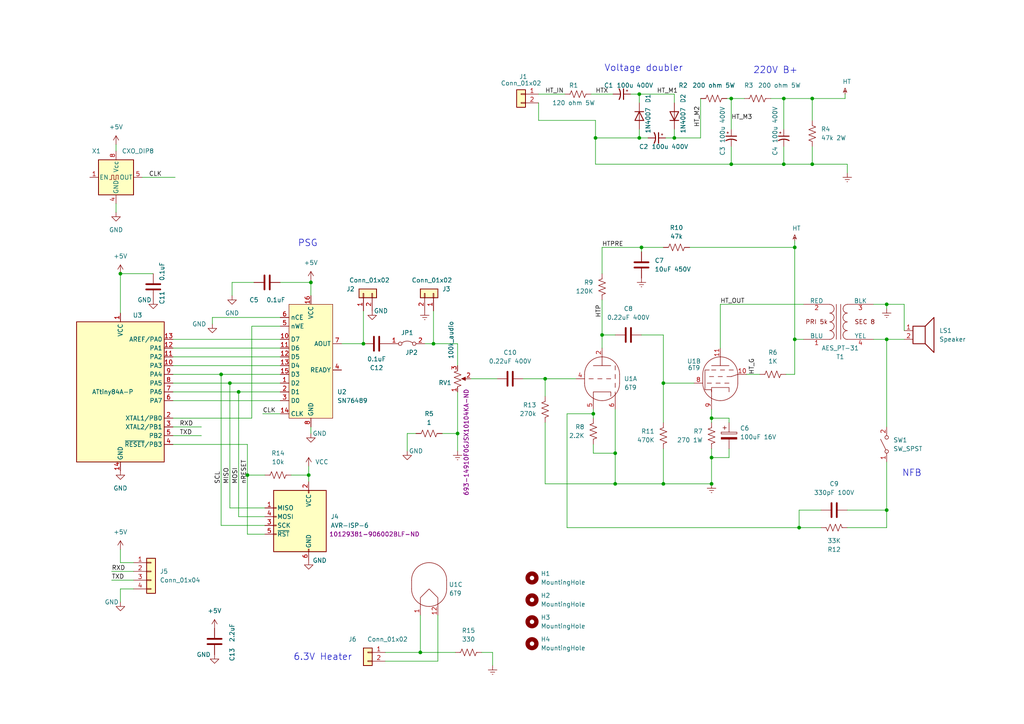
<source format=kicad_sch>
(kicad_sch (version 20230121) (generator eeschema)
  (paper "A4")
  (lib_symbols
    (symbol "Connector:AVR-ISP-6" (pin_names (offset 1.016))
      (property "Reference" "J" (at -6.35 11.43 0))
      (property "Value" "AVR-ISP-6" (at 0 11.43 0))
      (symbol "AVR-ISP-6_0_1"
        (rectangle (start -2.667 -6.858) (end -2.413 -7.62))
        (rectangle (start -2.667 10.16) (end -2.413 9.398))
        (rectangle (start 7.62 -2.413) (end 6.858 -2.667))
        (rectangle (start 7.62 0.127) (end 6.858 -0.127))
        (rectangle (start 7.62 2.667) (end 6.858 2.413))
        (rectangle (start 7.62 5.207) (end 6.858 4.953))
        (rectangle (start 7.62 10.16) (end -7.62 -7.62) (stroke (width 0.254)) (fill (type background)))
      )
      (symbol "AVR-ISP-6_1_1"
        (pin passive line (at 10.16 5.08 180) (length 2.54) (name "MISO") (number "1"))
        (pin passive line (at -2.54 12.7 270) (length 2.54) (name "VCC") (number "2"))
        (pin passive line (at 10.16 0 180) (length 2.54) (name "SCK") (number "3"))
        (pin passive line (at 10.16 2.54 180) (length 2.54) (name "MOSI") (number "4"))
        (pin passive line (at 10.16 -2.54 180) (length 2.54) (name "~{RST}") (number "5"))
        (pin passive line (at -2.54 -10.16 90) (length 2.54) (name "GND") (number "6"))
      )
    )
    (symbol "Connector_Generic:Conn_01x02" (pin_names (offset 1.016) hide)
      (property "Reference" "J" (at 0 2.54 0))
      (property "Value" "Conn_01x02" (at 0 -5.08 0))
      (symbol "Conn_01x02_1_1"
        (rectangle (start -1.27 -2.413) (end 0 -2.667) (stroke (width 0.1524)))
        (rectangle (start -1.27 0.127) (end 0 -0.127) (stroke (width 0.1524)))
        (rectangle (start -1.27 1.27) (end 1.27 -3.81) (stroke (width 0.254)) (fill (type background)))
        (pin passive line (at -5.08 0 0) (length 3.81) (name "Pin_1") (number "1"))
        (pin passive line (at -5.08 -2.54 0) (length 3.81) (name "Pin_2") (number "2"))
      )
    )
    (symbol "Connector_Generic:Conn_01x04" (pin_names (offset 1.016) hide)
      (property "Reference" "J" (at 0 5.08 0))
      (property "Value" "Conn_01x04" (at 0 -7.62 0))
      (symbol "Conn_01x04_1_1"
        (rectangle (start -1.27 -4.953) (end 0 -5.207) (stroke (width 0.1524)))
        (rectangle (start -1.27 -2.413) (end 0 -2.667) (stroke (width 0.1524)))
        (rectangle (start -1.27 0.127) (end 0 -0.127) (stroke (width 0.1524)))
        (rectangle (start -1.27 2.667) (end 0 2.413) (stroke (width 0.1524)))
        (rectangle (start -1.27 3.81) (end 1.27 -6.35) (stroke (width 0.254)) (fill (type background)))
        (pin passive line (at -5.08 2.54 0) (length 3.81) (name "Pin_1") (number "1"))
        (pin passive line (at -5.08 0 0) (length 3.81) (name "Pin_2") (number "2"))
        (pin passive line (at -5.08 -2.54 0) (length 3.81) (name "Pin_3") (number "3"))
        (pin passive line (at -5.08 -5.08 0) (length 3.81) (name "Pin_4") (number "4"))
      )
    )
    (symbol "Device:C" (pin_numbers hide) (pin_names (offset 0.254))
      (property "Reference" "C" (at 0.635 2.54 0))
      (property "Value" "C" (at 0.635 -2.54 0))
      (symbol "C_0_1"
        (polyline (pts (xy -2.032 -0.762) (xy 2.032 -0.762)) (stroke (width 0.508)))
        (polyline (pts (xy -2.032 0.762) (xy 2.032 0.762)) (stroke (width 0.508)))
      )
      (symbol "C_1_1"
        (pin passive line (at 0 3.81 270) (length 2.794) (name "~") (number "1"))
        (pin passive line (at 0 -3.81 90) (length 2.794) (name "~") (number "2"))
      )
    )
    (symbol "Device:C_Polarized" (pin_numbers hide) (pin_names (offset 0.254))
      (property "Reference" "C" (at 0.635 2.54 0))
      (property "Value" "C_Polarized" (at 0.635 -2.54 0))
      (symbol "C_Polarized_0_1"
        (rectangle (start -2.286 0.508) (end 2.286 1.016))
        (polyline (pts (xy -1.778 2.286) (xy -0.762 2.286)))
        (polyline (pts (xy -1.27 2.794) (xy -1.27 1.778)))
        (rectangle (start 2.286 -0.508) (end -2.286 -1.016) (fill (type outline)))
      )
      (symbol "C_Polarized_1_1"
        (pin passive line (at 0 3.81 270) (length 2.794) (name "~") (number "1"))
        (pin passive line (at 0 -3.81 90) (length 2.794) (name "~") (number "2"))
      )
    )
    (symbol "Device:C_Polarized_Small_US" (pin_numbers hide) (pin_names (offset 0.254) hide)
      (property "Reference" "C" (at 0.254 1.778 0))
      (property "Value" "C_Polarized_Small_US" (at 0.254 -2.032 0))
      (symbol "C_Polarized_Small_US_0_1"
        (polyline (pts (xy -1.524 0.508) (xy 1.524 0.508)) (stroke (width 0.3048)))
        (polyline (pts (xy -1.27 1.524) (xy -0.762 1.524)))
        (polyline (pts (xy -1.016 1.27) (xy -1.016 1.778)))
        (arc (start 1.524 -0.762) (mid 0 -0.3734) (end -1.524 -0.762) (stroke (width 0.3048)))
      )
      (symbol "C_Polarized_Small_US_1_1"
        (pin passive line (at 0 2.54 270) (length 2.032) (name "~") (number "1"))
        (pin passive line (at 0 -2.54 90) (length 2.032) (name "~") (number "2"))
      )
    )
    (symbol "Device:R_US" (pin_numbers hide) (pin_names (offset 0))
      (property "Reference" "R" (at 2.54 0 90))
      (property "Value" "R_US" (at -2.54 0 90))
      (symbol "R_US_0_1"
        (polyline (pts (xy 0 -2.286) (xy 0 -2.54)))
        (polyline (pts (xy 0 2.286) (xy 0 2.54)))
        (polyline (pts (xy 0 -0.762) (xy 1.016 -1.143) (xy 0 -1.524) (xy -1.016 -1.905) (xy 0 -2.286)))
        (polyline (pts (xy 0 0.762) (xy 1.016 0.381) (xy 0 0) (xy -1.016 -0.381) (xy 0 -0.762)))
        (polyline (pts (xy 0 2.286) (xy 1.016 1.905) (xy 0 1.524) (xy -1.016 1.143) (xy 0 0.762)))
      )
      (symbol "R_US_1_1"
        (pin passive line (at 0 3.81 270) (length 1.27) (name "~") (number "1"))
        (pin passive line (at 0 -3.81 90) (length 1.27) (name "~") (number "2"))
      )
    )
    (symbol "Device:Speaker" (pin_names (offset 0) hide)
      (property "Reference" "LS" (at 1.27 5.715 0))
      (property "Value" "Speaker" (at 1.27 3.81 0))
      (symbol "Speaker_0_0"
        (rectangle (start -2.54 1.27) (end 1.016 -3.81) (stroke (width 0.254)))
        (polyline (pts (xy 1.016 1.27) (xy 3.556 3.81) (xy 3.556 -6.35) (xy 1.016 -3.81)) (stroke (width 0.254)))
      )
      (symbol "Speaker_1_1"
        (pin input line (at -5.08 0 0) (length 2.54) (name "1") (number "1"))
        (pin input line (at -5.08 -2.54 0) (length 2.54) (name "2") (number "2"))
      )
    )
    (symbol "Diode:1N4007" (pin_numbers hide) (pin_names hide)
      (property "Reference" "D" (at 0 2.54 0))
      (property "Value" "1N4007" (at 0 -2.54 0))
      (symbol "1N4007_0_1"
        (polyline (pts (xy -1.27 1.27) (xy -1.27 -1.27)) (stroke (width 0.254)))
        (polyline (pts (xy 1.27 0) (xy -1.27 0)))
        (polyline (pts (xy 1.27 1.27) (xy 1.27 -1.27) (xy -1.27 0) (xy 1.27 1.27)) (stroke (width 0.254)))
      )
      (symbol "1N4007_1_1"
        (pin passive line (at -3.81 0 0) (length 2.54) (name "K") (number "1"))
        (pin passive line (at 3.81 0 180) (length 2.54) (name "A") (number "2"))
      )
    )
    (symbol "Jumper:Jumper_2_Bridged" (pin_names (offset 0) hide)
      (property "Reference" "JP" (at 0 1.905 0))
      (property "Value" "Jumper_2_Bridged" (at 0 -2.54 0))
      (symbol "Jumper_2_Bridged_0_0"
        (circle (center -2.032 0) (radius 0.508))
        (circle (center 2.032 0) (radius 0.508))
      )
      (symbol "Jumper_2_Bridged_0_1"
        (arc (start 1.524 0.254) (mid 0 0.762) (end -1.524 0.254))
      )
      (symbol "Jumper_2_Bridged_1_1"
        (pin passive line (at -5.08 0 0) (length 2.54) (name "A") (number "1"))
        (pin passive line (at 5.08 0 180) (length 2.54) (name "B") (number "2"))
      )
    )
    (symbol "MCU_Microchip_ATtiny:ATtiny84A-P"
      (property "Reference" "U" (at -12.7 21.59 0))
      (property "Value" "ATtiny84A-P" (at 2.54 -21.59 0))
      (symbol "ATtiny84A-P_0_1"
        (rectangle (start -12.7 -20.32) (end 12.7 20.32) (stroke (width 0.254)) (fill (type background)))
      )
      (symbol "ATtiny84A-P_1_1"
        (pin power_in line (at 0 22.86 270) (length 2.54) (name "VCC") (number "1"))
        (pin bidirectional line (at 15.24 7.62 180) (length 2.54) (name "PA3") (number "10"))
        (pin bidirectional line (at 15.24 10.16 180) (length 2.54) (name "PA2") (number "11"))
        (pin bidirectional line (at 15.24 12.7 180) (length 2.54) (name "PA1") (number "12"))
        (pin bidirectional line (at 15.24 15.24 180) (length 2.54) (name "AREF/PA0") (number "13"))
        (pin power_in line (at 0 -22.86 90) (length 2.54) (name "GND") (number "14"))
        (pin bidirectional line (at 15.24 -7.62 180) (length 2.54) (name "XTAL1/PB0") (number "2"))
        (pin bidirectional line (at 15.24 -10.16 180) (length 2.54) (name "XTAL2/PB1") (number "3"))
        (pin bidirectional line (at 15.24 -15.24 180) (length 2.54) (name "~{RESET}/PB3") (number "4"))
        (pin bidirectional line (at 15.24 -12.7 180) (length 2.54) (name "PB2") (number "5"))
        (pin bidirectional line (at 15.24 -2.54 180) (length 2.54) (name "PA7") (number "6"))
        (pin bidirectional line (at 15.24 0 180) (length 2.54) (name "PA6") (number "7"))
        (pin bidirectional line (at 15.24 2.54 180) (length 2.54) (name "PA5") (number "8"))
        (pin bidirectional line (at 15.24 5.08 180) (length 2.54) (name "PA4") (number "9"))
      )
    )
    (symbol "Mechanical:MountingHole" (pin_names (offset 1.016))
      (property "Reference" "H" (at 0 5.08 0))
      (property "Value" "MountingHole" (at 0 3.175 0))
      (symbol "MountingHole_0_1"
        (circle (center 0 0) (radius 1.27) (stroke (width 1.27)))
      )
    )
    (symbol "Oscillator:CXO_DIP8" (pin_names (offset 0.254))
      (property "Reference" "X" (at -5.08 6.35 0))
      (property "Value" "CXO_DIP8" (at 1.27 -6.35 0))
      (symbol "CXO_DIP8_0_1"
        (rectangle (start -5.08 5.08) (end 5.08 -5.08) (stroke (width 0.254)) (fill (type background)))
        (polyline (pts (xy -1.905 -0.635) (xy -1.27 -0.635) (xy -1.27 0.635) (xy -0.635 0.635) (xy -0.635 -0.635) (xy 0 -0.635) (xy 0 0.635) (xy 0.635 0.635) (xy 0.635 -0.635)))
      )
      (symbol "CXO_DIP8_1_1"
        (pin input line (at -7.62 0 0) (length 2.54) (name "EN") (number "1"))
        (pin power_in line (at 0 -7.62 90) (length 2.54) (name "GND") (number "4"))
        (pin output line (at 7.62 0 180) (length 2.54) (name "OUT") (number "5"))
        (pin power_in line (at 0 7.62 270) (length 2.54) (name "Vcc") (number "8"))
      )
    )
    (symbol "Switch:SW_SPST" (pin_names (offset 0) hide)
      (property "Reference" "SW" (at 0 3.175 0))
      (property "Value" "SW_SPST" (at 0 -2.54 0))
      (symbol "SW_SPST_0_0"
        (circle (center -2.032 0) (radius 0.508))
        (polyline (pts (xy -1.524 0.254) (xy 1.524 1.778)))
        (circle (center 2.032 0) (radius 0.508))
      )
      (symbol "SW_SPST_1_1"
        (pin passive line (at -5.08 0 0) (length 2.54) (name "A") (number "1"))
        (pin passive line (at 5.08 0 180) (length 2.54) (name "B") (number "2"))
      )
    )
    (symbol "amp-rescue:R_POT_US-Device" (pin_names (offset 1.016) hide)
      (property "Reference" "RV" (at -4.445 0 90))
      (property "Value" "Device_R_POT_US" (at -2.54 0 90))
      (symbol "R_POT_US-Device_0_1"
        (polyline (pts (xy 0 -2.286) (xy 0 -2.54)))
        (polyline (pts (xy 0 2.54) (xy 0 2.286)))
        (polyline (pts (xy 2.54 0) (xy 1.524 0)))
        (polyline (pts (xy 1.143 0) (xy 2.286 0.508) (xy 2.286 -0.508) (xy 1.143 0)) (fill (type outline)))
        (polyline (pts (xy 0 -0.762) (xy 1.016 -1.143) (xy 0 -1.524) (xy -1.016 -1.905) (xy 0 -2.286)))
        (polyline (pts (xy 0 0.762) (xy 1.016 0.381) (xy 0 0) (xy -1.016 -0.381) (xy 0 -0.762)))
        (polyline (pts (xy 0 2.286) (xy 1.016 1.905) (xy 0 1.524) (xy -1.016 1.143) (xy 0 0.762)))
      )
      (symbol "R_POT_US-Device_1_1"
        (pin passive line (at 0 3.81 270) (length 1.27) (name "1") (number "1"))
        (pin passive line (at 3.81 0 180) (length 1.27) (name "2") (number "2"))
        (pin passive line (at 0 -3.81 90) (length 1.27) (name "3") (number "3"))
      )
    )
    (symbol "my_psg:SN76489"
      (property "Reference" "U" (at -3.81 5.08 0))
      (symbol "SN76489_1_1"
        (rectangle (start 2.54 3.81) (end 15.24 -29.21) (fill (type background)))
        (pin input line (at 0 -19.05 0) (length 2.54) (name "D2") (number "1"))
        (pin input line (at 0 -6.35 0) (length 2.54) (name "D7") (number "10"))
        (pin input line (at 0 -8.89 0) (length 2.54) (name "D6") (number "11"))
        (pin input line (at 0 -11.43 0) (length 2.54) (name "D5") (number "12"))
        (pin input line (at 0 -13.97 0) (length 2.54) (name "D4") (number "13"))
        (pin input line (at 0 -27.94 0) (length 2.54) (name "CLK") (number "14"))
        (pin input line (at 0 -16.51 0) (length 2.54) (name "D3") (number "15"))
        (pin power_in line (at 8.89 6.35 270) (length 2.54) (name "VCC") (number "16"))
        (pin input line (at 0 -21.59 0) (length 2.54) (name "D1") (number "2"))
        (pin input line (at 0 -24.13 0) (length 2.54) (name "D0") (number "3"))
        (pin output line (at 17.78 -15.24 180) (length 2.54) (name "READY") (number "4"))
        (pin input line (at 0 -2.54 0) (length 2.54) (name "nWE") (number "5"))
        (pin input line (at 0 0 0) (length 2.54) (name "nCE") (number "6"))
        (pin output line (at 17.78 -7.62 180) (length 2.54) (name "AOUT") (number "7"))
        (pin unspecified line (at 8.89 -31.75 90) (length 2.54) (name "GND") (number "8"))
      )
    )
    (symbol "my_tubes:6T9" (pin_names (offset 0) hide)
      (property "Reference" "U" (at 8.89 6.35 0))
      (symbol "6T9_1_1"
        (arc (start -5.08 0) (mid -3.5921 -3.5921) (end 0 -5.08))
        (arc (start 0 -5.08) (mid 3.5921 -3.5921) (end 5.08 0))
        (polyline (pts (xy -5.08 2.54) (xy -5.08 0)))
        (polyline (pts (xy -3.81 1.27) (xy -2.54 1.27)))
        (polyline (pts (xy -1.27 1.27) (xy 0 1.27)))
        (polyline (pts (xy 0 7.62) (xy 0 5.08)))
        (polyline (pts (xy 1.27 1.27) (xy 2.54 1.27)))
        (polyline (pts (xy 2.54 5.08) (xy -2.54 5.08)))
        (polyline (pts (xy 3.81 -2.54) (xy 3.81 -5.08)))
        (polyline (pts (xy 3.81 0) (xy 3.81 -1.27)))
        (polyline (pts (xy 3.81 2.54) (xy 3.81 1.27)))
        (polyline (pts (xy 3.81 5.08) (xy 3.81 3.81)))
        (polyline (pts (xy 5.08 2.54) (xy 5.08 0)))
        (polyline (pts (xy -2.54 -5.08) (xy -2.54 -2.54) (xy 2.54 -2.54) (xy 2.54 -3.81)))
        (arc (start 0 7.62) (mid -3.5921 6.1321) (end -5.08 2.54))
        (arc (start 5.08 2.54) (mid 3.5921 6.1321) (end 0 7.62))
        (pin output line (at 0 10.16 270) (length 2.54) (name "P2") (number "2"))
        (pin input line (at -7.62 1.27 0) (length 2.54) (name "G1") (number "4"))
        (pin power_in line (at -2.54 -7.62 90) (length 2.54) (name "K1") (number "5"))
        (pin passive line (at 3.81 -7.62 90) (length 2.54) (name "IS") (number "6"))
      )
      (symbol "6T9_2_1"
        (arc (start -5.08 -1.27) (mid -3.5921 -4.8621) (end 0 -6.35))
        (arc (start 0 -6.35) (mid 3.5921 -4.8621) (end 5.08 -1.27))
        (polyline (pts (xy -5.08 1.27) (xy -5.08 -1.27)))
        (polyline (pts (xy -3.81 -1.27) (xy -2.54 -1.27)))
        (polyline (pts (xy -2.54 -6.35) (xy -2.54 -5.08)))
        (polyline (pts (xy -1.905 0.635) (xy -3.175 0.635)))
        (polyline (pts (xy -1.27 -1.27) (xy 0 -1.27)))
        (polyline (pts (xy -1.27 2.54) (xy -2.54 2.54)))
        (polyline (pts (xy 0 6.35) (xy 0 3.81)))
        (polyline (pts (xy 0.635 0.635) (xy -0.635 0.635)))
        (polyline (pts (xy 1.27 -1.27) (xy 2.54 -1.27)))
        (polyline (pts (xy 1.27 2.54) (xy 0 2.54)))
        (polyline (pts (xy 2.54 3.81) (xy -2.54 3.81)))
        (polyline (pts (xy 3.175 0.635) (xy 1.905 0.635)))
        (polyline (pts (xy 3.175 0.635) (xy 5.08 1.27)))
        (polyline (pts (xy 3.81 2.54) (xy 2.54 2.54)))
        (polyline (pts (xy 5.08 1.27) (xy 5.08 -1.27)))
        (polyline (pts (xy -2.54 -5.08) (xy -2.54 -2.54) (xy 2.54 -2.54) (xy 2.54 -3.81)))
        (polyline (pts (xy -3.175 2.54) (xy -4.445 2.54) (xy -4.445 -3.175) (xy -2.54 -3.175) (xy -2.54 -3.81)))
        (arc (start 0 6.35) (mid -3.5921 4.8621) (end -5.08 1.27))
        (arc (start 5.08 1.27) (mid 3.5921 4.8621) (end 0 6.35))
        (pin input line (at 7.62 1.27 180) (length 2.54) (name "S") (number "10"))
        (pin output line (at 0 8.89 270) (length 2.54) (name "P2") (number "11"))
        (pin input line (at -7.62 -1.27 0) (length 2.54) (name "G2") (number "8"))
        (pin power_in line (at -2.54 -8.89 90) (length 2.54) (name "K2") (number "9"))
      )
      (symbol "6T9_3_1"
        (arc (start -5.08 -1.27) (mid -3.5921 -4.8621) (end 0 -6.35))
        (arc (start 0 -6.35) (mid 3.5921 -4.8621) (end 5.08 -1.27))
        (polyline (pts (xy -5.08 1.27) (xy -5.08 -1.27)))
        (polyline (pts (xy 5.08 1.27) (xy 5.08 -1.27)))
        (polyline (pts (xy -2.54 -6.35) (xy -2.54 -3.81) (xy 0 -1.27) (xy 2.54 -3.81) (xy 2.54 -6.35)))
        (arc (start 0 6.35) (mid -3.5921 4.8621) (end -5.08 1.27))
        (arc (start 5.08 1.27) (mid 3.5921 4.8621) (end 0 6.35))
        (pin power_in line (at -2.54 -8.89 90) (length 2.54) (name "H1") (number "1"))
        (pin power_in line (at 2.54 -8.89 90) (length 2.54) (name "H2") (number "12"))
      )
    )
    (symbol "my_tubes:MPS-OT8SE" (pin_names (offset 0))
      (property "Reference" "T1" (at 0.4989 10.16 0))
      (property "Value" "MPS-OT8SE" (at 0.4989 7.62 0))
      (symbol "MPS-OT8SE_0_1"
        (arc (start -2.54 -5.0546) (mid -1.6599 -4.6901) (end -1.27 -3.81))
        (arc (start -2.54 -2.5146) (mid -1.6599 -2.1501) (end -1.27 -1.27))
        (arc (start -2.54 0.0254) (mid -1.6599 0.3899) (end -1.27 1.27))
        (arc (start -2.54 2.5654) (mid -1.6599 2.9299) (end -1.27 3.81))
        (arc (start -1.27 -3.81) (mid -1.642 -2.912) (end -2.54 -2.54))
        (arc (start -1.27 -1.27) (mid -1.642 -0.372) (end -2.54 0))
        (arc (start -1.27 1.27) (mid -1.642 2.168) (end -2.54 2.54))
        (arc (start -1.27 3.81) (mid -1.642 4.708) (end -2.54 5.08))
        (polyline (pts (xy -0.635 5.08) (xy -0.635 -5.08)))
        (polyline (pts (xy 0.635 -5.08) (xy 0.635 5.08)))
        (arc (start 1.2954 -1.27) (mid 1.6599 -2.1501) (end 2.54 -2.5146))
        (arc (start 1.2954 1.27) (mid 1.6599 0.3899) (end 2.54 0.0254))
        (arc (start 1.2954 3.81) (mid 1.6599 2.9299) (end 2.54 2.5654))
        (arc (start 1.3208 -3.81) (mid 1.6853 -4.6901) (end 2.5654 -5.0546))
        (arc (start 2.54 0) (mid 1.642 -0.372) (end 1.2954 -1.27))
        (arc (start 2.54 2.54) (mid 1.642 2.168) (end 1.2954 1.27))
        (arc (start 2.54 5.08) (mid 1.642 4.708) (end 1.2954 3.81))
        (arc (start 2.5654 -2.54) (mid 1.6674 -2.912) (end 1.3208 -3.81))
      )
      (symbol "MPS-OT8SE_1_1"
        (text "PRI 5k" (at -6.35 0 0) (effects (font (size 1.27 1.27))))
        (text "SEC 8" (at 7.62 0 0) (effects (font (size 1.27 1.27))))
        (pin passive line (at -10.16 5.08 0) (length 7.62) (name "BLU") (number "1"))
        (pin passive line (at -10.16 -5.08 0) (length 7.62) (name "RED") (number "2"))
        (pin passive line (at 10.16 -5.08 180) (length 7.62) (name "BLK") (number "3"))
        (pin passive line (at 10.16 5.08 180) (length 7.62) (name "YEL") (number "4"))
      )
    )
    (symbol "power:+5V" (power) (pin_names (offset 0))
      (property "Value" "+5V" (at 0 3.556 0))
      (symbol "+5V_0_1"
        (polyline (pts (xy -0.762 1.27) (xy 0 2.54)))
        (polyline (pts (xy 0 0) (xy 0 2.54)))
        (polyline (pts (xy 0 2.54) (xy 0.762 1.27)))
      )
      (symbol "+5V_1_1"
        (pin power_in line (at 0 0 90) (length 0) hide (name "+5V") (number "1"))
      )
    )
    (symbol "power:Earth" (power) (pin_names (offset 0))
      (symbol "Earth_0_1"
        (polyline (pts (xy -0.635 -1.905) (xy 0.635 -1.905)))
        (polyline (pts (xy -0.127 -2.54) (xy 0.127 -2.54)))
        (polyline (pts (xy 0 -1.27) (xy 0 0)))
        (polyline (pts (xy 1.27 -1.27) (xy -1.27 -1.27)))
      )
      (symbol "Earth_1_1"
        (pin power_in line (at 0 0 270) (length 0) hide (name "Earth") (number "1"))
      )
    )
    (symbol "power:GND" (power) (pin_names (offset 0))
      (property "Value" "GND" (at 0 -3.81 0))
      (symbol "GND_0_1"
        (polyline (pts (xy 0 0) (xy 0 -1.27) (xy 1.27 -1.27) (xy 0 -2.54) (xy -1.27 -1.27) (xy 0 -1.27)))
      )
      (symbol "GND_1_1"
        (pin power_in line (at 0 0 270) (length 0) hide (name "GND") (number "1"))
      )
    )
    (symbol "power:HT" (power) (pin_names (offset 0))
      (property "Value" "HT" (at 0 2.286 0))
      (symbol "HT_0_0"
        (pin power_in line (at 0 0 90) (length 0) hide (name "HT") (number "1"))
      )
      (symbol "HT_0_1"
        (polyline (pts (xy 0 0) (xy 0 1.016) (xy 0 1.016)))
        (polyline (pts (xy 0 1.016) (xy 0.508 0.508) (xy 0 1.778) (xy -0.508 0.508) (xy 0 1.016) (xy 0 1.016)))
      )
    )
    (symbol "power:VCC" (power) (pin_names (offset 0))
      (property "Value" "VCC" (at 0 3.81 0))
      (symbol "VCC_0_1"
        (polyline (pts (xy -0.762 1.27) (xy 0 2.54)))
        (polyline (pts (xy 0 0) (xy 0 2.54)))
        (polyline (pts (xy 0 2.54) (xy 0.762 1.27)))
      )
      (symbol "VCC_1_1"
        (pin power_in line (at 0 0 90) (length 0) hide (name "VCC") (number "1"))
      )
    )
  )
  (junction (at 178.435 131.445))
  (junction (at 66.675 111.125))
  (junction (at 257.175 88.265))
  (junction (at 257.175 147.955))
  (junction (at 212.09 47.625))
  (junction (at 105.41 99.695))
  (junction (at 212.09 28.575))
  (junction (at 172.72 40.005))
  (junction (at 185.42 27.305))
  (junction (at 227.33 47.625))
  (junction (at 158.115 109.855))
  (junction (at 230.505 71.755))
  (junction (at 231.775 153.035))
  (junction (at 195.58 40.005))
  (junction (at 132.715 125.73))
  (junction (at 89.535 137.795))
  (junction (at 69.215 113.665))
  (junction (at 206.375 132.715))
  (junction (at 192.405 111.125))
  (junction (at 64.135 108.585))
  (junction (at 174.625 97.155))
  (junction (at 235.585 47.625))
  (junction (at 185.42 40.005))
  (junction (at 178.435 140.335))
  (junction (at 121.92 189.23))
  (junction (at 257.175 98.425))
  (junction (at 230.505 98.425))
  (junction (at 90.17 81.915))
  (junction (at 192.405 140.335))
  (junction (at 206.375 140.335))
  (junction (at 235.585 28.575))
  (junction (at 172.085 120.015))
  (junction (at 186.055 71.755))
  (junction (at 206.375 121.285))
  (junction (at 125.73 99.695))
  (junction (at 34.925 79.375))
  (junction (at 227.33 28.575))
  (junction (at 71.755 137.795))
  (wire (pts (xy 64.135 108.585) (xy 50.165 108.585)))
  (wire (pts (xy 118.11 130.81) (xy 118.11 125.73)))
  (wire (pts (xy 118.11 125.73) (xy 120.65 125.73)))
  (wire (pts (xy 172.085 120.015) (xy 164.465 120.015)))
  (wire (pts (xy 257.175 89.535) (xy 257.175 88.265)))
  (wire (pts (xy 136.525 109.855) (xy 144.145 109.855)))
  (wire (pts (xy 33.655 41.91) (xy 33.655 43.815)))
  (wire (pts (xy 262.255 88.265) (xy 257.175 88.265)))
  (wire (pts (xy 230.505 71.755) (xy 230.505 98.425)))
  (wire (pts (xy 81.28 111.125) (xy 66.675 111.125)))
  (wire (pts (xy 227.33 28.575) (xy 227.33 37.465)))
  (wire (pts (xy 245.11 27.305) (xy 245.11 28.575)))
  (wire (pts (xy 208.915 88.265) (xy 208.915 100.965)))
  (wire (pts (xy 81.28 103.505) (xy 50.165 103.505)))
  (wire (pts (xy 245.745 147.955) (xy 257.175 147.955)))
  (wire (pts (xy 84.455 137.795) (xy 89.535 137.795)))
  (wire (pts (xy 73.025 121.285) (xy 73.025 94.615)))
  (wire (pts (xy 127 178.435) (xy 127 191.77)))
  (wire (pts (xy 164.465 120.015) (xy 164.465 153.035)))
  (wire (pts (xy 50.165 123.825) (xy 58.42 123.825)))
  (wire (pts (xy 235.585 28.575) (xy 245.11 28.575)))
  (wire (pts (xy 257.175 88.265) (xy 253.365 88.265)))
  (wire (pts (xy 211.455 122.555) (xy 211.455 121.285)))
  (wire (pts (xy 211.455 121.285) (xy 206.375 121.285)))
  (wire (pts (xy 132.715 99.695) (xy 132.715 106.045)))
  (wire (pts (xy 227.965 108.585) (xy 230.505 108.585)))
  (wire (pts (xy 105.41 99.695) (xy 99.06 99.695)))
  (wire (pts (xy 195.58 40.005) (xy 203.2 40.005)))
  (wire (pts (xy 206.375 132.715) (xy 206.375 140.335)))
  (wire (pts (xy 174.625 97.155) (xy 174.625 100.965)))
  (wire (pts (xy 212.09 28.575) (xy 212.09 37.465)))
  (wire (pts (xy 121.92 178.435) (xy 121.92 189.23)))
  (wire (pts (xy 195.58 29.845) (xy 195.58 27.305)))
  (wire (pts (xy 32.385 168.275) (xy 38.735 168.275)))
  (wire (pts (xy 227.33 28.575) (xy 235.585 28.575)))
  (wire (pts (xy 227.33 47.625) (xy 235.585 47.625)))
  (wire (pts (xy 192.405 97.155) (xy 192.405 111.125)))
  (wire (pts (xy 156.21 34.925) (xy 172.72 34.925)))
  (wire (pts (xy 230.505 98.425) (xy 230.505 108.585)))
  (wire (pts (xy 186.055 71.755) (xy 192.405 71.755)))
  (wire (pts (xy 69.215 113.665) (xy 50.165 113.665)))
  (wire (pts (xy 127 191.77) (xy 111.76 191.77)))
  (wire (pts (xy 208.915 88.265) (xy 233.045 88.265)))
  (wire (pts (xy 167.005 109.855) (xy 158.115 109.855)))
  (wire (pts (xy 223.52 28.575) (xy 227.33 28.575)))
  (wire (pts (xy 192.405 111.125) (xy 192.405 122.555)))
  (wire (pts (xy 212.09 47.625) (xy 227.33 47.625)))
  (wire (pts (xy 38.735 163.195) (xy 34.925 163.195)))
  (wire (pts (xy 142.875 189.23) (xy 139.7 189.23)))
  (wire (pts (xy 178.435 118.745) (xy 178.435 131.445)))
  (wire (pts (xy 81.28 100.965) (xy 50.165 100.965)))
  (wire (pts (xy 195.58 27.305) (xy 185.42 27.305)))
  (wire (pts (xy 125.73 90.17) (xy 125.73 99.695)))
  (wire (pts (xy 231.775 147.955) (xy 238.125 147.955)))
  (wire (pts (xy 206.375 132.715) (xy 211.455 132.715)))
  (wire (pts (xy 81.28 116.205) (xy 50.165 116.205)))
  (wire (pts (xy 132.715 130.81) (xy 132.715 125.73)))
  (wire (pts (xy 66.675 111.125) (xy 50.165 111.125)))
  (wire (pts (xy 172.085 118.745) (xy 172.085 120.015)))
  (wire (pts (xy 76.835 154.94) (xy 71.755 154.94)))
  (wire (pts (xy 81.28 106.045) (xy 50.165 106.045)))
  (wire (pts (xy 174.625 86.995) (xy 174.625 97.155)))
  (wire (pts (xy 41.275 51.435) (xy 50.8 51.435)))
  (wire (pts (xy 90.17 81.915) (xy 90.17 85.725)))
  (wire (pts (xy 158.115 109.855) (xy 158.115 114.935)))
  (wire (pts (xy 89.535 135.255) (xy 89.535 137.795)))
  (wire (pts (xy 193.04 40.005) (xy 195.58 40.005)))
  (wire (pts (xy 206.375 130.175) (xy 206.375 132.715)))
  (wire (pts (xy 172.72 34.925) (xy 172.72 40.005)))
  (wire (pts (xy 185.42 29.845) (xy 185.42 27.305)))
  (wire (pts (xy 164.465 153.035) (xy 231.775 153.035)))
  (wire (pts (xy 73.025 94.615) (xy 81.28 94.615)))
  (wire (pts (xy 172.085 128.905) (xy 172.085 131.445)))
  (wire (pts (xy 174.625 71.755) (xy 174.625 79.375)))
  (wire (pts (xy 81.28 108.585) (xy 64.135 108.585)))
  (wire (pts (xy 227.33 42.545) (xy 227.33 47.625)))
  (wire (pts (xy 128.27 125.73) (xy 132.715 125.73)))
  (wire (pts (xy 185.42 40.005) (xy 185.42 37.465)))
  (wire (pts (xy 89.535 137.795) (xy 89.535 139.7)))
  (wire (pts (xy 151.765 109.855) (xy 158.115 109.855)))
  (wire (pts (xy 206.375 118.745) (xy 206.375 121.285)))
  (wire (pts (xy 121.92 189.23) (xy 132.08 189.23)))
  (wire (pts (xy 71.755 137.795) (xy 76.835 137.795)))
  (wire (pts (xy 192.405 111.125) (xy 201.295 111.125)))
  (wire (pts (xy 200.025 71.755) (xy 230.505 71.755)))
  (wire (pts (xy 158.115 140.335) (xy 178.435 140.335)))
  (wire (pts (xy 212.09 28.575) (xy 215.9 28.575)))
  (wire (pts (xy 158.115 122.555) (xy 158.115 140.335)))
  (wire (pts (xy 71.755 137.795) (xy 71.755 154.94)))
  (wire (pts (xy 178.435 140.335) (xy 178.435 131.445)))
  (wire (pts (xy 69.215 113.665) (xy 69.215 149.86)))
  (wire (pts (xy 187.96 40.005) (xy 185.42 40.005)))
  (wire (pts (xy 61.595 92.075) (xy 61.595 93.98)))
  (wire (pts (xy 76.835 147.32) (xy 66.675 147.32)))
  (wire (pts (xy 212.09 42.545) (xy 212.09 47.625)))
  (wire (pts (xy 172.72 40.005) (xy 185.42 40.005)))
  (wire (pts (xy 32.385 165.735) (xy 38.735 165.735)))
  (wire (pts (xy 50.165 121.285) (xy 73.025 121.285)))
  (wire (pts (xy 238.125 153.035) (xy 231.775 153.035)))
  (wire (pts (xy 33.655 61.595) (xy 33.655 59.055)))
  (wire (pts (xy 171.45 27.305) (xy 177.8 27.305)))
  (wire (pts (xy 50.165 126.365) (xy 58.42 126.365)))
  (wire (pts (xy 81.28 81.915) (xy 90.17 81.915)))
  (wire (pts (xy 192.405 140.335) (xy 178.435 140.335)))
  (wire (pts (xy 105.41 90.17) (xy 105.41 99.695)))
  (wire (pts (xy 235.585 28.575) (xy 235.585 34.925)))
  (wire (pts (xy 76.2 120.015) (xy 81.28 120.015)))
  (wire (pts (xy 76.835 152.4) (xy 64.135 152.4)))
  (wire (pts (xy 121.92 189.23) (xy 111.76 189.23)))
  (wire (pts (xy 172.72 40.005) (xy 172.72 47.625)))
  (wire (pts (xy 90.17 125.73) (xy 90.17 123.825)))
  (wire (pts (xy 210.82 28.575) (xy 212.09 28.575)))
  (wire (pts (xy 132.715 125.73) (xy 132.715 113.665)))
  (wire (pts (xy 257.175 98.425) (xy 262.255 98.425)))
  (wire (pts (xy 172.085 131.445) (xy 178.435 131.445)))
  (wire (pts (xy 66.675 111.125) (xy 66.675 147.32)))
  (wire (pts (xy 90.17 81.28) (xy 90.17 81.915)))
  (wire (pts (xy 50.165 128.905) (xy 71.755 128.905)))
  (wire (pts (xy 253.365 98.425) (xy 257.175 98.425)))
  (wire (pts (xy 34.925 159.385) (xy 34.925 163.195)))
  (wire (pts (xy 123.19 99.695) (xy 125.73 99.695)))
  (wire (pts (xy 211.455 132.715) (xy 211.455 130.175)))
  (wire (pts (xy 231.775 153.035) (xy 231.775 147.955)))
  (wire (pts (xy 64.135 108.585) (xy 64.135 152.4)))
  (wire (pts (xy 230.505 98.425) (xy 233.045 98.425)))
  (wire (pts (xy 156.21 27.305) (xy 163.83 27.305)))
  (wire (pts (xy 172.72 47.625) (xy 212.09 47.625)))
  (wire (pts (xy 245.745 153.035) (xy 257.175 153.035)))
  (wire (pts (xy 67.31 81.915) (xy 73.66 81.915)))
  (wire (pts (xy 186.055 73.025) (xy 186.055 71.755)))
  (wire (pts (xy 71.755 128.905) (xy 71.755 137.795)))
  (wire (pts (xy 186.055 71.755) (xy 174.625 71.755)))
  (wire (pts (xy 156.21 29.845) (xy 156.21 34.925)))
  (wire (pts (xy 174.625 97.155) (xy 178.435 97.155)))
  (wire (pts (xy 257.175 153.035) (xy 257.175 147.955)))
  (wire (pts (xy 245.745 47.625) (xy 245.745 50.165)))
  (wire (pts (xy 34.925 170.815) (xy 34.925 174.625)))
  (wire (pts (xy 206.375 121.285) (xy 206.375 122.555)))
  (wire (pts (xy 125.73 99.695) (xy 132.715 99.695)))
  (wire (pts (xy 34.925 79.375) (xy 34.925 90.805)))
  (wire (pts (xy 192.405 130.175) (xy 192.405 140.335)))
  (wire (pts (xy 81.28 92.075) (xy 61.595 92.075)))
  (wire (pts (xy 186.055 97.155) (xy 192.405 97.155)))
  (wire (pts (xy 235.585 42.545) (xy 235.585 47.625)))
  (wire (pts (xy 257.175 133.985) (xy 257.175 147.955)))
  (wire (pts (xy 192.405 140.335) (xy 206.375 140.335)))
  (wire (pts (xy 185.42 27.305) (xy 182.88 27.305)))
  (wire (pts (xy 235.585 47.625) (xy 245.745 47.625)))
  (wire (pts (xy 67.31 85.725) (xy 67.31 81.915)))
  (wire (pts (xy 203.2 40.005) (xy 203.2 28.575)))
  (wire (pts (xy 81.28 98.425) (xy 50.165 98.425)))
  (wire (pts (xy 142.875 193.04) (xy 142.875 189.23)))
  (wire (pts (xy 38.735 170.815) (xy 34.925 170.815)))
  (wire (pts (xy 76.835 149.86) (xy 69.215 149.86)))
  (wire (pts (xy 81.28 113.665) (xy 69.215 113.665)))
  (wire (pts (xy 230.505 69.85) (xy 230.505 71.755)))
  (wire (pts (xy 216.535 108.585) (xy 220.345 108.585)))
  (wire (pts (xy 262.255 95.885) (xy 262.255 88.265)))
  (wire (pts (xy 257.175 98.425) (xy 257.175 123.825)))
  (wire (pts (xy 195.58 40.005) (xy 195.58 37.465)))
  (wire (pts (xy 34.925 79.375) (xy 44.45 79.375)))
  (wire (pts (xy 172.085 120.015) (xy 172.085 121.285)))
  (text "NFB" (at 261.62 138.43 0) (effects (font (size 1.905 1.905)) (justify left bottom)))
  (text "PSG" (at 86.36 71.755 0) (effects (font (size 1.905 1.905)) (justify left bottom)))
  (text "Voltage doubler" (at 175.26 20.955 0) (effects (font (size 1.905 1.905)) (justify left bottom)))
  (text "6.3V Heater" (at 85.09 191.77 0) (effects (font (size 1.905 1.905)) (justify left bottom)))
  (text "220V B+" (at 218.44 21.59 0) (effects (font (size 1.905 1.905)) (justify left bottom)))
  (label "CLK" (at 43.18 51.435 0))
  (label "HTX" (at 172.72 27.305 0))
  (label "MOSI" (at 69.215 140.335 90))
  (label "TXD" (at 52.07 126.365 0))
  (label "HT_OUT" (at 208.915 88.265 0))
  (label "CLK" (at 76.2 120.015 0))
  (label "HT_M2" (at 203.2 36.83 90))
  (label "HT_IN" (at 158.115 27.305 0))
  (label "HT_G" (at 219.075 108.585 90))
  (label "HT_M3" (at 212.09 34.925 0))
  (label "HT_M1" (at 190.5 27.305 0))
  (label "TXD" (at 32.385 168.275 0))
  (label "HTP" (at 174.625 92.075 90))
  (label "MISO" (at 66.675 140.335 90))
  (label "RXD" (at 52.07 123.825 0))
  (label "HTPRE" (at 174.625 71.755 0))
  (label "SCL" (at 64.135 140.335 90))
  (label "RXD" (at 32.385 165.735 0))
  (label "nRESET" (at 71.755 140.335 90))
  (symbol (lib_id "power:GND") (at 90.17 125.73 0) (unit 1)
    (property "Reference" "#PWR016" (effects hide))
    (property "Value" "GND" (at 92.71 125.73 0))
  )
  (symbol (lib_id "power:VCC") (at 89.535 135.255 0) (unit 1)
    (property "Reference" "#PWR019" (effects hide))
    (property "Value" "VCC" (at 93.345 133.985 0))
  )
  (symbol (lib_id "Device:C") (at 109.22 99.695 90) (mirror x) (unit 1)
    (property "Reference" "C12" (at 109.22 106.68 90))
    (property "Value" "0.1uF" (at 109.22 104.14 90))
    (property "Footprint" "Capacitor_THT:C_Disc_D3.4mm_W2.1mm_P2.50mm" (effects hide))
  )
  (symbol (lib_id "power:Earth") (at 142.875 193.04 0) (unit 1)
    (property "Reference" "#PWR026" (effects hide))
    (property "Value" "Earth" (effects hide))
  )
  (symbol (lib_id "Device:C_Polarized_Small_US") (at 190.5 40.005 270) (unit 1)
    (property "Reference" "C2" (at 186.69 42.545 90))
    (property "Value" "100u 400V" (at 194.31 42.545 90))
    (property "Footprint" "Capacitor_THT:CP_Radial_D22.0mm_P10.00mm_SnapIn" (effects hide))
    (property "CatNo" "493-2567-ND" (effects hide))
    (property "MfgNo" "LLS2G101MELZ" (effects hide))
  )
  (symbol (lib_id "power:GND") (at 118.11 130.81 0) (unit 1)
    (property "Reference" "#PWR017" (effects hide))
    (property "Value" "GND" (at 120.65 130.81 0))
  )
  (symbol (lib_id "Device:C_Polarized") (at 211.455 126.365 0) (unit 1)
    (property "Reference" "C6" (at 214.63 124.206 0) (effects (justify left)))
    (property "Value" "100uF 16V" (at 214.63 126.746 0) (effects (justify left)))
    (property "Footprint" "Capacitor_THT:CP_Radial_D5.0mm_P2.00mm" (effects hide))
    (property "CatNo" "732-8598-1-ND" (effects hide))
    (property "MfgNo" "860010372006" (effects hide))
  )
  (symbol (lib_id "Connector:AVR-ISP-6") (at 86.995 152.4 0) (mirror y) (unit 1)
    (property "Reference" "J4" (at 95.885 149.86 0) (effects (justify right)))
    (property "Value" "AVR-ISP-6" (at 95.885 152.4 0) (effects (justify right)))
    (property "Footprint" "Connector_PinHeader_2.54mm:PinHeader_2x03_P2.54mm_Vertical" (effects hide))
    (property "Datasheet" " ~" (effects hide))
    (property "CatNo" "10129381-906002BLF-ND" (at 108.585 154.94 0))
  )
  (symbol (lib_id "power:Earth") (at 123.19 90.17 0) (unit 1)
    (property "Reference" "#PWR014" (effects hide))
    (property "Value" "Earth" (effects hide))
  )
  (symbol (lib_id "power:Earth") (at 245.745 50.165 0) (unit 1)
    (property "Reference" "#PWR02" (effects hide))
    (property "Value" "Earth" (effects hide))
  )
  (symbol (lib_id "power:Earth") (at 132.715 130.81 0) (unit 1)
    (property "Reference" "#PWR018" (effects hide))
    (property "Value" "Earth" (effects hide))
  )
  (symbol (lib_id "Device:C_Polarized_Small_US") (at 212.09 40.005 0) (unit 1)
    (property "Reference" "C3" (at 209.55 43.815 90))
    (property "Value" "100u 400V" (at 209.55 36.195 90))
    (property "Footprint" "Capacitor_THT:CP_Radial_D22.0mm_P10.00mm_SnapIn" (effects hide))
    (property "CatNo" "493-2567-ND" (effects hide))
    (property "MfgNo" "LLS2G101MELZ" (effects hide))
  )
  (symbol (lib_id "power:GND") (at 34.925 136.525 0) (unit 1)
    (property "Reference" "#PWR020" (effects hide))
    (property "Value" "GND" (at 34.925 141.605 0))
  )
  (symbol (lib_id "Device:C") (at 186.055 76.835 0) (unit 1)
    (property "Reference" "C7" (at 189.865 75.565 0) (effects (justify left)))
    (property "Value" "10uF 450V" (at 189.865 78.105 0) (effects (justify left)))
    (property "Footprint" "Capacitor_THT:CP_Radial_D10.0mm_P5.00mm" (effects hide))
    (property "CatNo" "1189-1894-ND" (effects hide))
    (property "MfgNo" "450BXC10MEFC10X20" (effects hide))
  )
  (symbol (lib_id "power:+5V") (at 33.655 41.91 0) (unit 1)
    (property "Reference" "#PWR05" (effects hide))
    (property "Value" "+5V" (at 33.655 36.83 0))
  )
  (symbol (lib_id "my_tubes:6T9") (at 174.625 111.125 0) (unit 1)
    (property "Reference" "U1" (at 180.975 109.855 0) (effects (justify left)))
    (property "Value" "6T9" (at 182.88 112.395 0))
    (property "Footprint" "my_tubes:Compactron_PCB" (effects hide))
  )
  (symbol (lib_id "Device:R_US") (at 206.375 126.365 0) (mirror x) (unit 1)
    (property "Reference" "R7" (at 203.835 125.095 0) (effects (justify right)))
    (property "Value" "270 1W" (at 203.835 127.635 0) (effects (justify right)))
    (property "Footprint" "Resistor_THT:R_Axial_DIN0411_L9.9mm_D3.6mm_P15.24mm_Horizontal" (effects hide))
    (property "CatNo" "A131452CT-ND" (effects hide))
    (property "MfgNo" "ROX1SJ270R" (effects hide))
  )
  (symbol (lib_id "power:GND") (at 62.23 189.865 0) (mirror y) (unit 1)
    (property "Reference" "#PWR025" (effects hide))
    (property "Value" "GND" (at 59.055 189.865 0))
  )
  (symbol (lib_id "my_psg:SN76489") (at 81.28 92.075 0) (unit 1)
    (property "Reference" "U2" (at 97.79 113.665 0) (effects (justify left)))
    (property "Value" "SN76489" (at 102.235 116.205 0))
    (property "Footprint" "Package_DIP:DIP-16_W7.62mm_LongPads" (effects hide))
  )
  (symbol (lib_id "Device:R_US") (at 174.625 83.185 0) (mirror x) (unit 1)
    (property "Reference" "R9" (at 172.085 81.915 0) (effects (justify right)))
    (property "Value" "120K" (at 172.085 84.455 0) (effects (justify right)))
    (property "Footprint" "Resistor_THT:R_Axial_DIN0414_L11.9mm_D4.5mm_P15.24mm_Horizontal" (effects hide))
    (property "CatNo" "56-HVR3700001203JR500TR-ND" (effects hide))
    (property "MfgNo" "HVR3700001203JR500" (effects hide))
  )
  (symbol (lib_id "Mechanical:MountingHole") (at 154.305 180.34 0) (unit 1)
    (property "Reference" "H3" (at 156.845 179.07 0) (effects (justify left)))
    (property "Value" "MountingHole" (at 156.845 181.61 0) (effects (justify left)))
    (property "Footprint" "MountingHole:MountingHole_4.3mm_M4" (effects hide))
  )
  (symbol (lib_id "power:GND") (at 67.31 85.725 0) (unit 1)
    (property "Reference" "#PWR011" (effects hide))
    (property "Value" "GND" (at 67.31 90.805 0))
  )
  (symbol (lib_id "Device:R_US") (at 158.115 118.745 0) (mirror x) (unit 1)
    (property "Reference" "R13" (at 155.575 117.475 0) (effects (justify right)))
    (property "Value" "270k" (at 155.575 120.015 0) (effects (justify right)))
    (property "Footprint" "Resistor_THT:R_Axial_DIN0207_L6.3mm_D2.5mm_P10.16mm_Horizontal" (effects hide))
    (property "CatNo" "PPCQJ270KTR-ND" (effects hide))
    (property "MfgNo" "HVR2500002703JR500" (effects hide))
  )
  (symbol (lib_id "Device:R_US") (at 172.085 125.095 0) (mirror x) (unit 1)
    (property "Reference" "R8" (at 169.545 123.825 0) (effects (justify right)))
    (property "Value" "2.2K" (at 169.545 126.365 0) (effects (justify right)))
    (property "Footprint" "Resistor_THT:R_Axial_DIN0207_L6.3mm_D2.5mm_P10.16mm_Horizontal" (effects hide))
    (property "CatNo" "A142712CT-ND" (effects hide))
    (property "MfgNo" "ROX05SJ2K2" (effects hide))
  )
  (symbol (lib_id "Device:R_US") (at 219.71 28.575 90) (unit 1)
    (property "Reference" "R3" (at 217.17 24.765 90))
    (property "Value" "200 ohm 5W" (at 226.06 24.765 90))
    (property "Footprint" "Resistor_THT:R_Axial_DIN0617_L17.0mm_D6.0mm_P25.40mm_Horizontal" (effects hide))
    (property "CatNo" "A142783CT-ND" (effects hide))
  )
  (symbol (lib_id "power:+5V") (at 34.925 79.375 0) (unit 1)
    (property "Reference" "#PWR015" (effects hide))
    (property "Value" "+5V" (at 34.925 74.295 0))
  )
  (symbol (lib_id "power:+5V") (at 62.23 182.245 0) (unit 1)
    (property "Reference" "#PWR024" (effects hide))
    (property "Value" "+5V" (at 62.23 177.165 0))
  )
  (symbol (lib_id "Device:Speaker") (at 267.335 95.885 0) (unit 1)
    (property "Reference" "LS1" (at 272.415 95.885 0) (effects (justify left)))
    (property "Value" "Speaker" (at 272.415 98.425 0) (effects (justify left)))
    (property "Footprint" "Connector_TE-Connectivity:TE_826576-2_1x02_P3.96mm_Vertical" (effects hide))
  )
  (symbol (lib_id "Device:C_Polarized_Small_US") (at 227.33 40.005 0) (unit 1)
    (property "Reference" "C4" (at 224.79 43.815 90))
    (property "Value" "100u 400V" (at 224.79 36.195 90))
    (property "Footprint" "Capacitor_THT:CP_Radial_D22.0mm_P10.00mm_SnapIn" (effects hide))
    (property "CatNo" "493-2567-ND" (effects hide))
    (property "MfgNo" "LLS2G101MELZ" (effects hide))
  )
  (symbol (lib_id "Diode:1N4007") (at 195.58 33.655 90) (unit 1)
    (property "Reference" "D2" (at 198.12 28.575 0))
    (property "Value" "1N4007" (at 198.12 34.925 0))
    (property "Footprint" "Diode_THT:D_DO-41_SOD81_P10.16mm_Horizontal" (effects hide))
    (property "Datasheet" "http://www.vishay.com/docs/88503/1n4001.pdf" (effects hide))
    (property "CatNo" "4878-1N4007TR-ND" (effects hide))
    (property "MfgNo" "1N4007" (effects hide))
  )
  (symbol (lib_id "Oscillator:CXO_DIP8") (at 33.655 51.435 0) (unit 1)
    (property "Reference" "X1" (at 27.94 43.815 0))
    (property "Value" "CXO_DIP8" (at 40.005 43.815 0))
    (property "Footprint" "Oscillator:Oscillator_DIP-8" (effects hide))
    (property "Datasheet" "http://cdn-reichelt.de/documents/datenblatt/B400/OSZI.pdf" (effects hide))
  )
  (symbol (lib_id "power:HT") (at 245.11 27.305 0) (unit 1)
    (property "Reference" "#PWR01" (effects hide))
    (property "Value" "HT" (at 245.618 23.6728 0))
  )
  (symbol (lib_id "Switch:SW_SPST") (at 257.175 128.905 90) (unit 1)
    (property "Reference" "SW1" (at 259.08 127.635 90) (effects (justify right)))
    (property "Value" "SW_SPST" (at 259.08 130.175 90) (effects (justify right)))
    (property "Footprint" "Connector_PinHeader_2.54mm:PinHeader_1x02_P2.54mm_Vertical" (effects hide))
  )
  (symbol (lib_id "power:Earth") (at 186.055 80.645 0) (unit 1)
    (property "Reference" "#PWR07" (effects hide))
    (property "Value" "Earth" (effects hide))
  )
  (symbol (lib_id "power:GND") (at 33.655 61.595 0) (unit 1)
    (property "Reference" "#PWR010" (effects hide))
    (property "Value" "GND" (at 33.655 66.675 0))
  )
  (symbol (lib_id "Device:R_US") (at 135.89 189.23 90) (unit 1)
    (property "Reference" "R15" (at 135.89 182.88 90))
    (property "Value" "330" (at 135.89 185.42 90))
    (property "Footprint" "Resistor_THT:R_Axial_DIN0204_L3.6mm_D1.6mm_P7.62mm_Horizontal" (effects hide))
    (property "CatNo" "BC4321CT-ND" (effects hide))
    (property "MfgNo" "SFR16S0003300JA500" (effects hide))
  )
  (symbol (lib_id "amp-rescue:R_POT_US-Device") (at 132.715 109.855 0) (mirror x) (unit 1)
    (property "Reference" "RV1" (at 130.9878 111.0234 0) (effects (justify right)))
    (property "Value" "100k_audio" (at 130.81 104.14 90) (effects (justify right)))
    (property "Footprint" "Potentiometer_THT:Potentiometer_Bourns_3266Y_Vertical" (effects hide))
    (property "CatNo" "693-14910F0GJSX10104KA-ND" (at 135.255 128.27 90))
    (property "Vendor" "DigiKey" (effects hide))
  )
  (symbol (lib_id "power:GND") (at 107.95 90.17 0) (unit 1)
    (property "Reference" "#PWR013" (effects hide))
    (property "Value" "GND" (at 110.49 90.17 0))
  )
  (symbol (lib_id "Device:C") (at 62.23 186.055 0) (mirror x) (unit 1)
    (property "Reference" "C13" (at 67.31 189.865 90))
    (property "Value" "2.2uF" (at 67.31 183.515 90))
    (property "Footprint" "Capacitor_THT:C_Disc_D3.4mm_W2.1mm_P2.50mm" (effects hide))
    (property "CatNo" "445-181743-ND" (effects hide))
    (property "MfgNo" "FG18X5R1E225KRT00" (effects hide))
  )
  (symbol (lib_id "Device:R_US") (at 196.215 71.755 90) (unit 1)
    (property "Reference" "R10" (at 196.215 66.04 90))
    (property "Value" "47k" (at 196.215 68.58 90))
    (property "Footprint" "Resistor_THT:R_Axial_DIN0309_L9.0mm_D3.2mm_P12.70mm_Horizontal" (effects hide))
    (property "CatNo" "A142744CT-ND" (effects hide))
    (property "MfgNo" "ROX05SJ47K" (effects hide))
  )
  (symbol (lib_id "power:HT") (at 230.505 69.85 0) (unit 1)
    (property "Reference" "#PWR03" (effects hide))
    (property "Value" "HT" (at 231.013 66.2178 0))
  )
  (symbol (lib_id "my_tubes:MPS-OT8SE") (at 243.205 93.345 0) (mirror x) (unit 1)
    (property "Reference" "T1" (at 243.7039 103.505 0))
    (property "Value" "AES_PT-31" (at 243.7039 100.965 0))
    (property "Footprint" "my_trans:MPS-OT8SE" (effects hide))
  )
  (symbol (lib_id "Device:R_US") (at 167.64 27.305 90) (unit 1)
    (property "Reference" "R1" (at 166.37 24.765 90))
    (property "Value" "120 ohm 5W" (at 166.37 29.845 90))
    (property "Footprint" "Resistor_THT:R_Axial_DIN0617_L17.0mm_D6.0mm_P25.40mm_Horizontal" (effects hide))
    (property "CatNo" "A142778CT-ND" (effects hide))
  )
  (symbol (lib_id "Connector_Generic:Conn_01x02") (at 106.68 189.23 0) (mirror y) (unit 1)
    (property "Reference" "J6" (at 102.235 185.42 0))
    (property "Value" "Conn_01x02" (at 112.395 185.42 0))
    (property "Footprint" "Connector_TE-Connectivity:TE_826576-2_1x02_P3.96mm_Vertical" (effects hide))
  )
  (symbol (lib_id "Device:R_US") (at 80.645 137.795 90) (unit 1)
    (property "Reference" "R14" (at 80.645 131.445 90))
    (property "Value" "10k" (at 80.645 133.985 90))
    (property "Footprint" "Resistor_THT:R_Axial_DIN0204_L3.6mm_D1.6mm_P5.08mm_Horizontal" (effects hide))
    (property "CatNo" "311-10KERCT-ND" (effects hide))
  )
  (symbol (lib_id "Device:R_US") (at 241.935 153.035 90) (mirror x) (unit 1)
    (property "Reference" "R12" (at 241.935 159.385 90))
    (property "Value" "33K" (at 241.935 156.845 90))
    (property "Footprint" "Resistor_THT:R_Axial_DIN0207_L6.3mm_D2.5mm_P10.16mm_Horizontal" (effects hide))
    (property "CatNo" "CF14JT33K0TR-ND" (effects hide))
    (property "MfgNo" "CF14JT33K0" (effects hide))
  )
  (symbol (lib_id "power:Earth") (at 206.375 140.335 0) (unit 1)
    (property "Reference" "#PWR06" (effects hide))
    (property "Value" "Earth" (effects hide))
  )
  (symbol (lib_id "MCU_Microchip_ATtiny:ATtiny84A-P") (at 34.925 113.665 0) (unit 1)
    (property "Reference" "U3" (at 41.275 91.44 0) (effects (justify right)))
    (property "Value" "ATtiny84A-P" (at 38.735 113.665 0) (effects (justify right)))
    (property "Footprint" "Package_DIP:DIP-14_W7.62mm" (effects hide))
    (property "Datasheet" "http://ww1.microchip.com/downloads/en/DeviceDoc/doc8183.pdf" (effects hide))
  )
  (symbol (lib_id "power:+5V") (at 34.925 159.385 0) (unit 1)
    (property "Reference" "#PWR021" (effects hide))
    (property "Value" "+5V" (at 34.925 154.305 0))
  )
  (symbol (lib_id "Connector_Generic:Conn_01x02") (at 105.41 85.09 90) (unit 1)
    (property "Reference" "J2" (at 102.87 83.82 90) (effects (justify left)))
    (property "Value" "Conn_01x02" (at 113.03 81.28 90) (effects (justify left)))
    (property "Footprint" "Connector_PinHeader_2.54mm:PinHeader_1x02_P2.54mm_Vertical" (effects hide))
  )
  (symbol (lib_id "Connector_Generic:Conn_01x04") (at 43.815 165.735 0) (unit 1)
    (property "Reference" "J5" (at 46.355 165.7349 0) (effects (justify left)))
    (property "Value" "Conn_01x04" (at 46.355 168.2749 0) (effects (justify left)))
    (property "Footprint" "Connector_PinHeader_2.54mm:PinHeader_1x04_P2.54mm_Vertical" (effects hide))
  )
  (symbol (lib_id "Device:R_US") (at 192.405 126.365 0) (mirror x) (unit 1)
    (property "Reference" "R11" (at 189.865 125.095 0) (effects (justify right)))
    (property "Value" "470K" (at 189.865 127.635 0) (effects (justify right)))
    (property "Footprint" "Resistor_THT:R_Axial_DIN0207_L6.3mm_D2.5mm_P10.16mm_Horizontal" (effects hide))
    (property "CatNo" "BC4420CT-ND" (effects hide))
    (property "MfgNo" "VR25000004703JA500" (effects hide))
  )
  (symbol (lib_id "power:Earth") (at 257.175 89.535 0) (unit 1)
    (property "Reference" "#PWR04" (effects hide))
    (property "Value" "Earth" (effects hide))
  )
  (symbol (lib_id "power:GND") (at 44.45 86.995 0) (unit 1)
    (property "Reference" "#PWR012" (effects hide))
    (property "Value" "GND" (at 41.91 86.995 0))
  )
  (symbol (lib_id "power:GND") (at 89.535 162.56 0) (unit 1)
    (property "Reference" "#PWR022" (effects hide))
    (property "Value" "GND" (at 92.71 162.56 0))
  )
  (symbol (lib_id "power:GND") (at 61.595 93.98 0) (unit 1)
    (property "Reference" "#PWR08" (effects hide))
    (property "Value" "GND" (at 57.785 93.98 0))
  )
  (symbol (lib_id "Device:C_Polarized_Small_US") (at 180.34 27.305 270) (unit 1)
    (property "Reference" "C1" (at 176.53 24.765 90))
    (property "Value" "100u 400V" (at 184.15 24.765 90))
    (property "Footprint" "Capacitor_THT:CP_Radial_D22.0mm_P10.00mm_SnapIn" (effects hide))
    (property "CatNo" "493-2567-ND" (effects hide))
    (property "MfgNo" "LLS2G101MELZ" (effects hide))
  )
  (symbol (lib_id "Device:R_US") (at 124.46 125.73 90) (unit 1)
    (property "Reference" "R5" (at 124.46 120.015 90))
    (property "Value" "1" (at 124.46 122.555 90))
    (property "Footprint" "Resistor_THT:R_Axial_DIN0309_L9.0mm_D3.2mm_P12.70mm_Horizontal" (effects hide))
    (property "CatNo" "CF12JT1R00" (effects hide))
    (property "MfgNo" "CF12JT1R00" (effects hide))
  )
  (symbol (lib_id "Device:R_US") (at 224.155 108.585 90) (unit 1)
    (property "Reference" "R6" (at 224.155 102.235 90))
    (property "Value" "1K" (at 224.155 104.775 90))
    (property "Footprint" "Resistor_THT:R_Axial_DIN0207_L6.3mm_D2.5mm_P10.16mm_Horizontal" (effects hide))
    (property "CatNo" "A142704CT-ND" (effects hide))
    (property "MfgNo" "ROX05SJ1K0" (effects hide))
  )
  (symbol (lib_id "Device:C") (at 241.935 147.955 90) (unit 1)
    (property "Reference" "C9" (at 241.935 140.335 90))
    (property "Value" "330pF 100V" (at 241.935 142.875 90))
    (property "Footprint" "Capacitor_THT:C_Rect_L7.2mm_W4.5mm_P5.00mm_FKS2_FKP2_MKS2_MKP2" (effects hide))
    (property "CatNo" "1928-1236-ND" (effects hide))
    (property "MfgNo" "FKP2D003301D00JSSD" (effects hide))
  )
  (symbol (lib_id "Device:C") (at 147.955 109.855 90) (unit 1)
    (property "Reference" "C10" (at 147.955 102.235 90))
    (property "Value" "0.22uF 400V" (at 147.955 104.775 90))
    (property "Footprint" "Capacitor_THT:C_Rect_L16.5mm_W6.0mm_P15.00mm_MKT" (effects hide))
    (property "CatNo" "1572-1209-ND" (effects hide))
    (property "MfgNo" "224MMR400K" (effects hide))
  )
  (symbol (lib_id "Connector_Generic:Conn_01x02") (at 151.13 27.305 0) (mirror y) (unit 1)
    (property "Reference" "J1" (at 151.765 22.225 0))
    (property "Value" "Conn_01x02" (at 151.13 24.13 0))
    (property "Footprint" "Connector_TE-Connectivity:TE_826576-2_1x02_P3.96mm_Vertical" (effects hide))
  )
  (symbol (lib_id "Device:C") (at 77.47 81.915 90) (mirror x) (unit 1)
    (property "Reference" "C5" (at 73.66 86.995 90))
    (property "Value" "0.1uF" (at 80.01 86.995 90))
    (property "Footprint" "Capacitor_THT:C_Disc_D3.4mm_W2.1mm_P2.50mm" (effects hide))
  )
  (symbol (lib_id "Device:R_US") (at 235.585 38.735 0) (unit 1)
    (property "Reference" "R4" (at 238.125 37.465 0) (effects (justify left)))
    (property "Value" "47k 2W" (at 238.125 40.005 0) (effects (justify left)))
    (property "Footprint" "Resistor_THT:R_Axial_DIN0414_L11.9mm_D4.5mm_P20.32mm_Horizontal" (effects hide))
    (property "CatNo" "RSMF2JT47K0CT-ND" (effects hide))
    (property "MfgNo" "RSMF2JT47K0" (effects hide))
  )
  (symbol (lib_id "power:GND") (at 34.925 174.625 0) (unit 1)
    (property "Reference" "#PWR023" (effects hide))
    (property "Value" "GND" (at 32.385 174.625 0))
  )
  (symbol (lib_id "Jumper:Jumper_2_Bridged") (at 118.11 99.695 0) (unit 1)
    (property "Reference" "JP1" (at 118.11 96.52 0))
    (property "Value" "JP2" (at 119.38 102.235 0))
    (property "Footprint" "Connector_PinHeader_2.54mm:PinHeader_1x02_P2.54mm_Vertical" (effects hide))
  )
  (symbol (lib_id "Diode:1N4007") (at 185.42 33.655 270) (unit 1)
    (property "Reference" "D1" (at 187.96 28.575 0))
    (property "Value" "1N4007" (at 187.96 34.925 0))
    (property "Footprint" "Diode_THT:D_DO-41_SOD81_P10.16mm_Horizontal" (effects hide))
    (property "Datasheet" "http://www.vishay.com/docs/88503/1n4001.pdf" (effects hide))
    (property "CatNo" "4878-1N4007TR-ND" (effects hide))
    (property "MfgNo" "1N4007" (effects hide))
  )
  (symbol (lib_id "Device:C") (at 182.245 97.155 90) (unit 1)
    (property "Reference" "C8" (at 182.245 89.535 90))
    (property "Value" "0.22uF 400V" (at 182.245 92.075 90))
    (property "Footprint" "Capacitor_THT:C_Rect_L16.5mm_W6.0mm_P15.00mm_MKT" (effects hide))
    (property "CatNo" "1572-1209-ND" (effects hide))
    (property "MfgNo" "224MMR400K" (effects hide))
  )
  (symbol (lib_id "Connector_Generic:Conn_01x02") (at 125.73 85.09 270) (mirror x) (unit 1)
    (property "Reference" "J3" (at 128.27 83.82 90) (effects (justify left)))
    (property "Value" "Conn_01x02" (at 119.38 81.28 90) (effects (justify left)))
    (property "Footprint" "Connector_PinHeader_2.54mm:PinHeader_1x02_P2.54mm_Vertical" (effects hide))
  )
  (symbol (lib_id "Device:R_US") (at 207.01 28.575 90) (unit 1)
    (property "Reference" "R2" (at 198.12 24.765 90))
    (property "Value" "200 ohm 5W" (at 207.01 24.765 90))
    (property "Footprint" "Resistor_THT:R_Axial_DIN0617_L17.0mm_D6.0mm_P25.40mm_Horizontal" (effects hide))
    (property "CatNo" "A142783CT-ND" (effects hide))
  )
  (symbol (lib_id "Device:C") (at 44.45 83.185 0) (mirror x) (unit 1)
    (property "Reference" "C11" (at 46.99 86.36 90))
    (property "Value" "0.1uF" (at 46.99 78.74 90))
    (property "Footprint" "Capacitor_THT:C_Disc_D3.4mm_W2.1mm_P2.50mm" (effects hide))
  )
  (symbol (lib_id "Mechanical:MountingHole") (at 154.305 173.99 0) (unit 1)
    (property "Reference" "H2" (at 156.845 172.72 0) (effects (justify left)))
    (property "Value" "MountingHole" (at 156.845 175.26 0) (effects (justify left)))
    (property "Footprint" "MountingHole:MountingHole_4.3mm_M4" (effects hide))
  )
  (symbol (lib_id "Mechanical:MountingHole") (at 154.305 167.64 0) (unit 1)
    (property "Reference" "H1" (at 156.845 166.37 0) (effects (justify left)))
    (property "Value" "MountingHole" (at 156.845 168.91 0) (effects (justify left)))
    (property "Footprint" "MountingHole:MountingHole_4.3mm_M4" (effects hide))
  )
  (symbol (lib_id "my_tubes:6T9") (at 124.46 169.545 0) (unit 3)
    (property "Reference" "U1" (at 130.175 169.545 0) (effects (justify left)))
    (property "Value" "6T9" (at 132.08 172.085 0))
    (property "Footprint" "my_tubes:Compactron_PCB" (effects hide))
  )
  (symbol (lib_id "power:+5V") (at 90.17 81.28 0) (unit 1)
    (property "Reference" "#PWR09" (effects hide))
    (property "Value" "+5V" (at 90.17 76.2 0))
  )
  (symbol (lib_id "my_tubes:6T9") (at 208.915 109.855 0) (unit 2)
    (property "Reference" "U1" (at 201.295 104.775 0))
    (property "Value" "6T9" (at 201.295 106.68 0))
    (property "Footprint" "my_tubes:Compactron_PCB" (effects hide))
  )
  (symbol (lib_id "Mechanical:MountingHole") (at 154.305 186.69 0) (unit 1)
    (property "Reference" "H4" (at 156.845 185.42 0) (effects (justify left)))
    (property "Value" "MountingHole" (at 156.845 187.96 0) (effects (justify left)))
    (property "Footprint" "MountingHole:MountingHole_4.3mm_M4" (effects hide))
  )
)
</source>
